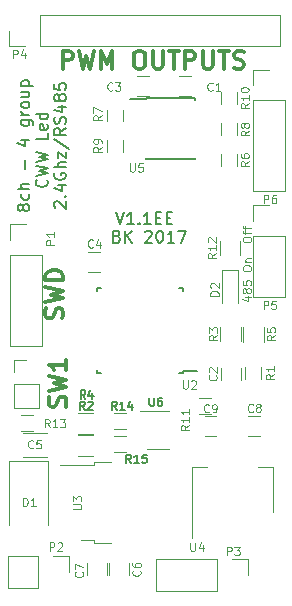
<source format=gto>
G04 #@! TF.FileFunction,Legend,Top*
%FSLAX46Y46*%
G04 Gerber Fmt 4.6, Leading zero omitted, Abs format (unit mm)*
G04 Created by KiCad (PCBNEW 4.0.2-stable) date 9/8/2017 10:58:27 PM*
%MOMM*%
G01*
G04 APERTURE LIST*
%ADD10C,0.100000*%
%ADD11C,0.150000*%
%ADD12C,0.300000*%
%ADD13C,0.120000*%
G04 APERTURE END LIST*
D10*
D11*
X109966476Y-95400581D02*
X110299809Y-96400581D01*
X110633143Y-95400581D01*
X111490286Y-96400581D02*
X110918857Y-96400581D01*
X111204571Y-96400581D02*
X111204571Y-95400581D01*
X111109333Y-95543438D01*
X111014095Y-95638676D01*
X110918857Y-95686295D01*
X111918857Y-96305343D02*
X111966476Y-96352962D01*
X111918857Y-96400581D01*
X111871238Y-96352962D01*
X111918857Y-96305343D01*
X111918857Y-96400581D01*
X112918857Y-96400581D02*
X112347428Y-96400581D01*
X112633142Y-96400581D02*
X112633142Y-95400581D01*
X112537904Y-95543438D01*
X112442666Y-95638676D01*
X112347428Y-95686295D01*
X113347428Y-95876771D02*
X113680762Y-95876771D01*
X113823619Y-96400581D02*
X113347428Y-96400581D01*
X113347428Y-95400581D01*
X113823619Y-95400581D01*
X114252190Y-95876771D02*
X114585524Y-95876771D01*
X114728381Y-96400581D02*
X114252190Y-96400581D01*
X114252190Y-95400581D01*
X114728381Y-95400581D01*
X110061715Y-97426771D02*
X110204572Y-97474390D01*
X110252191Y-97522010D01*
X110299810Y-97617248D01*
X110299810Y-97760105D01*
X110252191Y-97855343D01*
X110204572Y-97902962D01*
X110109334Y-97950581D01*
X109728381Y-97950581D01*
X109728381Y-96950581D01*
X110061715Y-96950581D01*
X110156953Y-96998200D01*
X110204572Y-97045819D01*
X110252191Y-97141057D01*
X110252191Y-97236295D01*
X110204572Y-97331533D01*
X110156953Y-97379152D01*
X110061715Y-97426771D01*
X109728381Y-97426771D01*
X110728381Y-97950581D02*
X110728381Y-96950581D01*
X111299810Y-97950581D02*
X110871238Y-97379152D01*
X111299810Y-96950581D02*
X110728381Y-97522010D01*
X112442667Y-97045819D02*
X112490286Y-96998200D01*
X112585524Y-96950581D01*
X112823620Y-96950581D01*
X112918858Y-96998200D01*
X112966477Y-97045819D01*
X113014096Y-97141057D01*
X113014096Y-97236295D01*
X112966477Y-97379152D01*
X112395048Y-97950581D01*
X113014096Y-97950581D01*
X113633143Y-96950581D02*
X113728382Y-96950581D01*
X113823620Y-96998200D01*
X113871239Y-97045819D01*
X113918858Y-97141057D01*
X113966477Y-97331533D01*
X113966477Y-97569629D01*
X113918858Y-97760105D01*
X113871239Y-97855343D01*
X113823620Y-97902962D01*
X113728382Y-97950581D01*
X113633143Y-97950581D01*
X113537905Y-97902962D01*
X113490286Y-97855343D01*
X113442667Y-97760105D01*
X113395048Y-97569629D01*
X113395048Y-97331533D01*
X113442667Y-97141057D01*
X113490286Y-97045819D01*
X113537905Y-96998200D01*
X113633143Y-96950581D01*
X114918858Y-97950581D02*
X114347429Y-97950581D01*
X114633143Y-97950581D02*
X114633143Y-96950581D01*
X114537905Y-97093438D01*
X114442667Y-97188676D01*
X114347429Y-97236295D01*
X115252191Y-96950581D02*
X115918858Y-96950581D01*
X115490286Y-97950581D01*
X102064552Y-95071534D02*
X102016933Y-95166772D01*
X101969314Y-95214391D01*
X101874076Y-95262010D01*
X101826457Y-95262010D01*
X101731219Y-95214391D01*
X101683600Y-95166772D01*
X101635981Y-95071534D01*
X101635981Y-94881057D01*
X101683600Y-94785819D01*
X101731219Y-94738200D01*
X101826457Y-94690581D01*
X101874076Y-94690581D01*
X101969314Y-94738200D01*
X102016933Y-94785819D01*
X102064552Y-94881057D01*
X102064552Y-95071534D01*
X102112171Y-95166772D01*
X102159790Y-95214391D01*
X102255029Y-95262010D01*
X102445505Y-95262010D01*
X102540743Y-95214391D01*
X102588362Y-95166772D01*
X102635981Y-95071534D01*
X102635981Y-94881057D01*
X102588362Y-94785819D01*
X102540743Y-94738200D01*
X102445505Y-94690581D01*
X102255029Y-94690581D01*
X102159790Y-94738200D01*
X102112171Y-94785819D01*
X102064552Y-94881057D01*
X102588362Y-93833438D02*
X102635981Y-93928676D01*
X102635981Y-94119153D01*
X102588362Y-94214391D01*
X102540743Y-94262010D01*
X102445505Y-94309629D01*
X102159790Y-94309629D01*
X102064552Y-94262010D01*
X102016933Y-94214391D01*
X101969314Y-94119153D01*
X101969314Y-93928676D01*
X102016933Y-93833438D01*
X102635981Y-93404867D02*
X101635981Y-93404867D01*
X102635981Y-92976295D02*
X102112171Y-92976295D01*
X102016933Y-93023914D01*
X101969314Y-93119152D01*
X101969314Y-93262010D01*
X102016933Y-93357248D01*
X102064552Y-93404867D01*
X102255029Y-91738200D02*
X102255029Y-90976295D01*
X101969314Y-89309628D02*
X102635981Y-89309628D01*
X101588362Y-89547724D02*
X102302648Y-89785819D01*
X102302648Y-89166771D01*
X101969314Y-87595342D02*
X102778838Y-87595342D01*
X102874076Y-87642961D01*
X102921695Y-87690580D01*
X102969314Y-87785819D01*
X102969314Y-87928676D01*
X102921695Y-88023914D01*
X102588362Y-87595342D02*
X102635981Y-87690580D01*
X102635981Y-87881057D01*
X102588362Y-87976295D01*
X102540743Y-88023914D01*
X102445505Y-88071533D01*
X102159790Y-88071533D01*
X102064552Y-88023914D01*
X102016933Y-87976295D01*
X101969314Y-87881057D01*
X101969314Y-87690580D01*
X102016933Y-87595342D01*
X102635981Y-87119152D02*
X101969314Y-87119152D01*
X102159790Y-87119152D02*
X102064552Y-87071533D01*
X102016933Y-87023914D01*
X101969314Y-86928676D01*
X101969314Y-86833437D01*
X102635981Y-86357247D02*
X102588362Y-86452485D01*
X102540743Y-86500104D01*
X102445505Y-86547723D01*
X102159790Y-86547723D01*
X102064552Y-86500104D01*
X102016933Y-86452485D01*
X101969314Y-86357247D01*
X101969314Y-86214389D01*
X102016933Y-86119151D01*
X102064552Y-86071532D01*
X102159790Y-86023913D01*
X102445505Y-86023913D01*
X102540743Y-86071532D01*
X102588362Y-86119151D01*
X102635981Y-86214389D01*
X102635981Y-86357247D01*
X101969314Y-85166770D02*
X102635981Y-85166770D01*
X101969314Y-85595342D02*
X102493124Y-85595342D01*
X102588362Y-85547723D01*
X102635981Y-85452485D01*
X102635981Y-85309627D01*
X102588362Y-85214389D01*
X102540743Y-85166770D01*
X101969314Y-84690580D02*
X102969314Y-84690580D01*
X102016933Y-84690580D02*
X101969314Y-84595342D01*
X101969314Y-84404865D01*
X102016933Y-84309627D01*
X102064552Y-84262008D01*
X102159790Y-84214389D01*
X102445505Y-84214389D01*
X102540743Y-84262008D01*
X102588362Y-84309627D01*
X102635981Y-84404865D01*
X102635981Y-84595342D01*
X102588362Y-84690580D01*
X104090743Y-92619152D02*
X104138362Y-92666771D01*
X104185981Y-92809628D01*
X104185981Y-92904866D01*
X104138362Y-93047724D01*
X104043124Y-93142962D01*
X103947886Y-93190581D01*
X103757410Y-93238200D01*
X103614552Y-93238200D01*
X103424076Y-93190581D01*
X103328838Y-93142962D01*
X103233600Y-93047724D01*
X103185981Y-92904866D01*
X103185981Y-92809628D01*
X103233600Y-92666771D01*
X103281219Y-92619152D01*
X103185981Y-92285819D02*
X104185981Y-92047724D01*
X103471695Y-91857247D01*
X104185981Y-91666771D01*
X103185981Y-91428676D01*
X103185981Y-91142962D02*
X104185981Y-90904867D01*
X103471695Y-90714390D01*
X104185981Y-90523914D01*
X103185981Y-90285819D01*
X104185981Y-88666771D02*
X104185981Y-89142962D01*
X103185981Y-89142962D01*
X104138362Y-87952485D02*
X104185981Y-88047723D01*
X104185981Y-88238200D01*
X104138362Y-88333438D01*
X104043124Y-88381057D01*
X103662171Y-88381057D01*
X103566933Y-88333438D01*
X103519314Y-88238200D01*
X103519314Y-88047723D01*
X103566933Y-87952485D01*
X103662171Y-87904866D01*
X103757410Y-87904866D01*
X103852648Y-88381057D01*
X104185981Y-87047723D02*
X103185981Y-87047723D01*
X104138362Y-87047723D02*
X104185981Y-87142961D01*
X104185981Y-87333438D01*
X104138362Y-87428676D01*
X104090743Y-87476295D01*
X103995505Y-87523914D01*
X103709790Y-87523914D01*
X103614552Y-87476295D01*
X103566933Y-87428676D01*
X103519314Y-87333438D01*
X103519314Y-87142961D01*
X103566933Y-87047723D01*
X104831219Y-95023914D02*
X104783600Y-94976295D01*
X104735981Y-94881057D01*
X104735981Y-94642961D01*
X104783600Y-94547723D01*
X104831219Y-94500104D01*
X104926457Y-94452485D01*
X105021695Y-94452485D01*
X105164552Y-94500104D01*
X105735981Y-95071533D01*
X105735981Y-94452485D01*
X105640743Y-94023914D02*
X105688362Y-93976295D01*
X105735981Y-94023914D01*
X105688362Y-94071533D01*
X105640743Y-94023914D01*
X105735981Y-94023914D01*
X105069314Y-93119152D02*
X105735981Y-93119152D01*
X104688362Y-93357248D02*
X105402648Y-93595343D01*
X105402648Y-92976295D01*
X104783600Y-92071533D02*
X104735981Y-92166771D01*
X104735981Y-92309628D01*
X104783600Y-92452486D01*
X104878838Y-92547724D01*
X104974076Y-92595343D01*
X105164552Y-92642962D01*
X105307410Y-92642962D01*
X105497886Y-92595343D01*
X105593124Y-92547724D01*
X105688362Y-92452486D01*
X105735981Y-92309628D01*
X105735981Y-92214390D01*
X105688362Y-92071533D01*
X105640743Y-92023914D01*
X105307410Y-92023914D01*
X105307410Y-92214390D01*
X105735981Y-91595343D02*
X104735981Y-91595343D01*
X105735981Y-91166771D02*
X105212171Y-91166771D01*
X105116933Y-91214390D01*
X105069314Y-91309628D01*
X105069314Y-91452486D01*
X105116933Y-91547724D01*
X105164552Y-91595343D01*
X105069314Y-90785819D02*
X105069314Y-90262009D01*
X105735981Y-90785819D01*
X105735981Y-90262009D01*
X104688362Y-89166771D02*
X105974076Y-90023914D01*
X105735981Y-88262009D02*
X105259790Y-88595343D01*
X105735981Y-88833438D02*
X104735981Y-88833438D01*
X104735981Y-88452485D01*
X104783600Y-88357247D01*
X104831219Y-88309628D01*
X104926457Y-88262009D01*
X105069314Y-88262009D01*
X105164552Y-88309628D01*
X105212171Y-88357247D01*
X105259790Y-88452485D01*
X105259790Y-88833438D01*
X105688362Y-87881057D02*
X105735981Y-87738200D01*
X105735981Y-87500104D01*
X105688362Y-87404866D01*
X105640743Y-87357247D01*
X105545505Y-87309628D01*
X105450267Y-87309628D01*
X105355029Y-87357247D01*
X105307410Y-87404866D01*
X105259790Y-87500104D01*
X105212171Y-87690581D01*
X105164552Y-87785819D01*
X105116933Y-87833438D01*
X105021695Y-87881057D01*
X104926457Y-87881057D01*
X104831219Y-87833438D01*
X104783600Y-87785819D01*
X104735981Y-87690581D01*
X104735981Y-87452485D01*
X104783600Y-87309628D01*
X105069314Y-86452485D02*
X105735981Y-86452485D01*
X104688362Y-86690581D02*
X105402648Y-86928676D01*
X105402648Y-86309628D01*
X105164552Y-85785819D02*
X105116933Y-85881057D01*
X105069314Y-85928676D01*
X104974076Y-85976295D01*
X104926457Y-85976295D01*
X104831219Y-85928676D01*
X104783600Y-85881057D01*
X104735981Y-85785819D01*
X104735981Y-85595342D01*
X104783600Y-85500104D01*
X104831219Y-85452485D01*
X104926457Y-85404866D01*
X104974076Y-85404866D01*
X105069314Y-85452485D01*
X105116933Y-85500104D01*
X105164552Y-85595342D01*
X105164552Y-85785819D01*
X105212171Y-85881057D01*
X105259790Y-85928676D01*
X105355029Y-85976295D01*
X105545505Y-85976295D01*
X105640743Y-85928676D01*
X105688362Y-85881057D01*
X105735981Y-85785819D01*
X105735981Y-85595342D01*
X105688362Y-85500104D01*
X105640743Y-85452485D01*
X105545505Y-85404866D01*
X105355029Y-85404866D01*
X105259790Y-85452485D01*
X105212171Y-85500104D01*
X105164552Y-85595342D01*
X104735981Y-84500104D02*
X104735981Y-84976295D01*
X105212171Y-85023914D01*
X105164552Y-84976295D01*
X105116933Y-84881057D01*
X105116933Y-84642961D01*
X105164552Y-84547723D01*
X105212171Y-84500104D01*
X105307410Y-84452485D01*
X105545505Y-84452485D01*
X105640743Y-84500104D01*
X105688362Y-84547723D01*
X105735981Y-84642961D01*
X105735981Y-84881057D01*
X105688362Y-84976295D01*
X105640743Y-85023914D01*
D12*
X105432943Y-104372314D02*
X105504371Y-104158028D01*
X105504371Y-103800885D01*
X105432943Y-103658028D01*
X105361514Y-103586599D01*
X105218657Y-103515171D01*
X105075800Y-103515171D01*
X104932943Y-103586599D01*
X104861514Y-103658028D01*
X104790086Y-103800885D01*
X104718657Y-104086599D01*
X104647229Y-104229457D01*
X104575800Y-104300885D01*
X104432943Y-104372314D01*
X104290086Y-104372314D01*
X104147229Y-104300885D01*
X104075800Y-104229457D01*
X104004371Y-104086599D01*
X104004371Y-103729457D01*
X104075800Y-103515171D01*
X104004371Y-103015171D02*
X105504371Y-102658028D01*
X104432943Y-102372314D01*
X105504371Y-102086600D01*
X104004371Y-101729457D01*
X105504371Y-101158028D02*
X104004371Y-101158028D01*
X104004371Y-100800885D01*
X104075800Y-100586600D01*
X104218657Y-100443742D01*
X104361514Y-100372314D01*
X104647229Y-100300885D01*
X104861514Y-100300885D01*
X105147229Y-100372314D01*
X105290086Y-100443742D01*
X105432943Y-100586600D01*
X105504371Y-100800885D01*
X105504371Y-101158028D01*
X105463343Y-83228571D02*
X105463343Y-81728571D01*
X106034771Y-81728571D01*
X106177629Y-81800000D01*
X106249057Y-81871429D01*
X106320486Y-82014286D01*
X106320486Y-82228571D01*
X106249057Y-82371429D01*
X106177629Y-82442857D01*
X106034771Y-82514286D01*
X105463343Y-82514286D01*
X106820486Y-81728571D02*
X107177629Y-83228571D01*
X107463343Y-82157143D01*
X107749057Y-83228571D01*
X108106200Y-81728571D01*
X108677629Y-83228571D02*
X108677629Y-81728571D01*
X109177629Y-82800000D01*
X109677629Y-81728571D01*
X109677629Y-83228571D01*
X111820486Y-81728571D02*
X112106200Y-81728571D01*
X112249058Y-81800000D01*
X112391915Y-81942857D01*
X112463343Y-82228571D01*
X112463343Y-82728571D01*
X112391915Y-83014286D01*
X112249058Y-83157143D01*
X112106200Y-83228571D01*
X111820486Y-83228571D01*
X111677629Y-83157143D01*
X111534772Y-83014286D01*
X111463343Y-82728571D01*
X111463343Y-82228571D01*
X111534772Y-81942857D01*
X111677629Y-81800000D01*
X111820486Y-81728571D01*
X113106201Y-81728571D02*
X113106201Y-82942857D01*
X113177629Y-83085714D01*
X113249058Y-83157143D01*
X113391915Y-83228571D01*
X113677629Y-83228571D01*
X113820487Y-83157143D01*
X113891915Y-83085714D01*
X113963344Y-82942857D01*
X113963344Y-81728571D01*
X114463344Y-81728571D02*
X115320487Y-81728571D01*
X114891916Y-83228571D02*
X114891916Y-81728571D01*
X115820487Y-83228571D02*
X115820487Y-81728571D01*
X116391915Y-81728571D01*
X116534773Y-81800000D01*
X116606201Y-81871429D01*
X116677630Y-82014286D01*
X116677630Y-82228571D01*
X116606201Y-82371429D01*
X116534773Y-82442857D01*
X116391915Y-82514286D01*
X115820487Y-82514286D01*
X117320487Y-81728571D02*
X117320487Y-82942857D01*
X117391915Y-83085714D01*
X117463344Y-83157143D01*
X117606201Y-83228571D01*
X117891915Y-83228571D01*
X118034773Y-83157143D01*
X118106201Y-83085714D01*
X118177630Y-82942857D01*
X118177630Y-81728571D01*
X118677630Y-81728571D02*
X119534773Y-81728571D01*
X119106202Y-83228571D02*
X119106202Y-81728571D01*
X119963344Y-83157143D02*
X120177630Y-83228571D01*
X120534773Y-83228571D01*
X120677630Y-83157143D01*
X120749059Y-83085714D01*
X120820487Y-82942857D01*
X120820487Y-82800000D01*
X120749059Y-82657143D01*
X120677630Y-82585714D01*
X120534773Y-82514286D01*
X120249059Y-82442857D01*
X120106201Y-82371429D01*
X120034773Y-82300000D01*
X119963344Y-82157143D01*
X119963344Y-82014286D01*
X120034773Y-81871429D01*
X120106201Y-81800000D01*
X120249059Y-81728571D01*
X120606201Y-81728571D01*
X120820487Y-81800000D01*
D10*
X120931800Y-102554532D02*
X121398467Y-102554532D01*
X120665133Y-102721199D02*
X121165133Y-102887866D01*
X121165133Y-102454532D01*
X120998467Y-102087865D02*
X120965133Y-102154532D01*
X120931800Y-102187865D01*
X120865133Y-102221199D01*
X120831800Y-102221199D01*
X120765133Y-102187865D01*
X120731800Y-102154532D01*
X120698467Y-102087865D01*
X120698467Y-101954532D01*
X120731800Y-101887865D01*
X120765133Y-101854532D01*
X120831800Y-101821199D01*
X120865133Y-101821199D01*
X120931800Y-101854532D01*
X120965133Y-101887865D01*
X120998467Y-101954532D01*
X120998467Y-102087865D01*
X121031800Y-102154532D01*
X121065133Y-102187865D01*
X121131800Y-102221199D01*
X121265133Y-102221199D01*
X121331800Y-102187865D01*
X121365133Y-102154532D01*
X121398467Y-102087865D01*
X121398467Y-101954532D01*
X121365133Y-101887865D01*
X121331800Y-101854532D01*
X121265133Y-101821199D01*
X121131800Y-101821199D01*
X121065133Y-101854532D01*
X121031800Y-101887865D01*
X120998467Y-101954532D01*
X120698467Y-101187865D02*
X120698467Y-101521198D01*
X121031800Y-101554532D01*
X120998467Y-101521198D01*
X120965133Y-101454532D01*
X120965133Y-101287865D01*
X120998467Y-101221198D01*
X121031800Y-101187865D01*
X121098467Y-101154532D01*
X121265133Y-101154532D01*
X121331800Y-101187865D01*
X121365133Y-101221198D01*
X121398467Y-101287865D01*
X121398467Y-101454532D01*
X121365133Y-101521198D01*
X121331800Y-101554532D01*
X120698467Y-100187865D02*
X120698467Y-100054532D01*
X120731800Y-99987865D01*
X120798467Y-99921198D01*
X120931800Y-99887865D01*
X121165133Y-99887865D01*
X121298467Y-99921198D01*
X121365133Y-99987865D01*
X121398467Y-100054532D01*
X121398467Y-100187865D01*
X121365133Y-100254532D01*
X121298467Y-100321198D01*
X121165133Y-100354532D01*
X120931800Y-100354532D01*
X120798467Y-100321198D01*
X120731800Y-100254532D01*
X120698467Y-100187865D01*
X120931800Y-99587865D02*
X121398467Y-99587865D01*
X120998467Y-99587865D02*
X120965133Y-99554532D01*
X120931800Y-99487865D01*
X120931800Y-99387865D01*
X120965133Y-99321199D01*
X121031800Y-99287865D01*
X121398467Y-99287865D01*
X120698467Y-97754533D02*
X120698467Y-97621200D01*
X120731800Y-97554533D01*
X120798467Y-97487866D01*
X120931800Y-97454533D01*
X121165133Y-97454533D01*
X121298467Y-97487866D01*
X121365133Y-97554533D01*
X121398467Y-97621200D01*
X121398467Y-97754533D01*
X121365133Y-97821200D01*
X121298467Y-97887866D01*
X121165133Y-97921200D01*
X120931800Y-97921200D01*
X120798467Y-97887866D01*
X120731800Y-97821200D01*
X120698467Y-97754533D01*
X120931800Y-97254533D02*
X120931800Y-96987867D01*
X121398467Y-97154533D02*
X120798467Y-97154533D01*
X120731800Y-97121200D01*
X120698467Y-97054533D01*
X120698467Y-96987867D01*
X120931800Y-96854533D02*
X120931800Y-96587867D01*
X121398467Y-96754533D02*
X120798467Y-96754533D01*
X120731800Y-96721200D01*
X120698467Y-96654533D01*
X120698467Y-96587867D01*
D11*
X115620000Y-109030500D02*
X115620000Y-108805500D01*
X108370000Y-109030500D02*
X108370000Y-108730500D01*
X108370000Y-101780500D02*
X108370000Y-102080500D01*
X115620000Y-101780500D02*
X115620000Y-102080500D01*
X115620000Y-109030500D02*
X115320000Y-109030500D01*
X115620000Y-101780500D02*
X115320000Y-101780500D01*
X108370000Y-101780500D02*
X108670000Y-101780500D01*
X108370000Y-109030500D02*
X108670000Y-109030500D01*
X115620000Y-108805500D02*
X116845000Y-108805500D01*
D13*
X116324000Y-83859000D02*
X115324000Y-83859000D01*
X115324000Y-85559000D02*
X116324000Y-85559000D01*
X118847500Y-108577000D02*
X118847500Y-109577000D01*
X120547500Y-109577000D02*
X120547500Y-108577000D01*
X104124000Y-114092800D02*
X102124000Y-114092800D01*
X102124000Y-116132800D02*
X104124000Y-116132800D01*
X111086000Y-126103000D02*
X111086000Y-125103000D01*
X109386000Y-125103000D02*
X109386000Y-126103000D01*
X109181000Y-126103000D02*
X109181000Y-125103000D01*
X107481000Y-125103000D02*
X107481000Y-126103000D01*
X122182000Y-112632500D02*
X121182000Y-112632500D01*
X121182000Y-114332500D02*
X122182000Y-114332500D01*
X117483000Y-114332500D02*
X118483000Y-114332500D01*
X118483000Y-112632500D02*
X117483000Y-112632500D01*
X101032000Y-98996500D02*
X101032000Y-106676500D01*
X101032000Y-106676500D02*
X103692000Y-106676500D01*
X103692000Y-106676500D02*
X103692000Y-98996500D01*
X103692000Y-98996500D02*
X101032000Y-98996500D01*
X101032000Y-97726500D02*
X101032000Y-96396500D01*
X101032000Y-96396500D02*
X102362000Y-96396500D01*
X103403600Y-124527200D02*
X100803600Y-124527200D01*
X100803600Y-124527200D02*
X100803600Y-127187200D01*
X100803600Y-127187200D02*
X103403600Y-127187200D01*
X103403600Y-127187200D02*
X103403600Y-124527200D01*
X104673600Y-124527200D02*
X106003600Y-124527200D01*
X106003600Y-124527200D02*
X106003600Y-125857200D01*
X118542000Y-124781200D02*
X113402000Y-124781200D01*
X113402000Y-124781200D02*
X113402000Y-127441200D01*
X113402000Y-127441200D02*
X118542000Y-127441200D01*
X118542000Y-127441200D02*
X118542000Y-124781200D01*
X119812000Y-124781200D02*
X121142000Y-124781200D01*
X121142000Y-124781200D02*
X121142000Y-126111200D01*
X121606000Y-97409000D02*
X121606000Y-102549000D01*
X121606000Y-102549000D02*
X124266000Y-102549000D01*
X124266000Y-102549000D02*
X124266000Y-97409000D01*
X124266000Y-97409000D02*
X121606000Y-97409000D01*
X121606000Y-96139000D02*
X121606000Y-94809000D01*
X121606000Y-94809000D02*
X122936000Y-94809000D01*
X120922500Y-109478000D02*
X120922500Y-108478000D01*
X122282500Y-108478000D02*
X122282500Y-109478000D01*
X107991200Y-116043600D02*
X106791200Y-116043600D01*
X106791200Y-114283600D02*
X107991200Y-114283600D01*
X122482500Y-105130000D02*
X122482500Y-106330000D01*
X120722500Y-106330000D02*
X120722500Y-105130000D01*
X118817500Y-106325000D02*
X118817500Y-105125000D01*
X120577500Y-105125000D02*
X120577500Y-106325000D01*
X120187000Y-90444000D02*
X120187000Y-91444000D01*
X118827000Y-91444000D02*
X118827000Y-90444000D01*
X109175000Y-87697500D02*
X109175000Y-86697500D01*
X110535000Y-86697500D02*
X110535000Y-87697500D01*
X120187000Y-87840500D02*
X120187000Y-88840500D01*
X118827000Y-88840500D02*
X118827000Y-87840500D01*
X109175000Y-90277000D02*
X109175000Y-89277000D01*
X110535000Y-89277000D02*
X110535000Y-90277000D01*
X120187000Y-85213000D02*
X120187000Y-86213000D01*
X118827000Y-86213000D02*
X118827000Y-85213000D01*
X109583500Y-116501500D02*
X108083500Y-116501500D01*
X108083500Y-116501500D02*
X108083500Y-116771500D01*
X108083500Y-116771500D02*
X105253500Y-116771500D01*
X109583500Y-123401500D02*
X108083500Y-123401500D01*
X108083500Y-123401500D02*
X108083500Y-123131500D01*
X108083500Y-123131500D02*
X106983500Y-123131500D01*
X123250500Y-116970000D02*
X121990500Y-116970000D01*
X116430500Y-116970000D02*
X117690500Y-116970000D01*
X123250500Y-120730000D02*
X123250500Y-116970000D01*
X116430500Y-122980000D02*
X116430500Y-116970000D01*
D11*
X112542500Y-85753500D02*
X112542500Y-85803500D01*
X116692500Y-85753500D02*
X116692500Y-85898500D01*
X116692500Y-90903500D02*
X116692500Y-90758500D01*
X112542500Y-90903500D02*
X112542500Y-90758500D01*
X112542500Y-85753500D02*
X116692500Y-85753500D01*
X112542500Y-90903500D02*
X116692500Y-90903500D01*
X112542500Y-85803500D02*
X111142500Y-85803500D01*
D13*
X104202500Y-116488000D02*
X100902500Y-116488000D01*
X100902500Y-116488000D02*
X100902500Y-121888000D01*
X104202500Y-116488000D02*
X104202500Y-121888000D01*
X103505000Y-81340000D02*
X123885000Y-81340000D01*
X123885000Y-81340000D02*
X123885000Y-78680000D01*
X123885000Y-78680000D02*
X103505000Y-78680000D01*
X103505000Y-78680000D02*
X103505000Y-81340000D01*
X102235000Y-81340000D02*
X100905000Y-81340000D01*
X100905000Y-81340000D02*
X100905000Y-80010000D01*
X121606000Y-85915500D02*
X121606000Y-93595500D01*
X121606000Y-93595500D02*
X124266000Y-93595500D01*
X124266000Y-93595500D02*
X124266000Y-85915500D01*
X124266000Y-85915500D02*
X121606000Y-85915500D01*
X121606000Y-84645500D02*
X121606000Y-83315500D01*
X121606000Y-83315500D02*
X122936000Y-83315500D01*
X120514000Y-97814800D02*
X120514000Y-99014800D01*
X118754000Y-99014800D02*
X118754000Y-97814800D01*
X101327400Y-109940600D02*
X101327400Y-112000600D01*
X101327400Y-112000600D02*
X103447400Y-112000600D01*
X103447400Y-112000600D02*
X103447400Y-109940600D01*
X103447400Y-109940600D02*
X101327400Y-109940600D01*
X101327400Y-108940600D02*
X101327400Y-107880600D01*
X101327400Y-107880600D02*
X102387400Y-107880600D01*
X120334000Y-100282600D02*
X118934000Y-100282600D01*
X118934000Y-100282600D02*
X118934000Y-103082600D01*
X120334000Y-100282600D02*
X120334000Y-103082600D01*
X108640500Y-98718000D02*
X107640500Y-98718000D01*
X107640500Y-100418000D02*
X108640500Y-100418000D01*
X116988400Y-111080000D02*
X117988400Y-111080000D01*
X117988400Y-112440000D02*
X116988400Y-112440000D01*
X102912800Y-113913200D02*
X101912800Y-113913200D01*
X101912800Y-112553200D02*
X102912800Y-112553200D01*
X112768000Y-83859000D02*
X111768000Y-83859000D01*
X111768000Y-85559000D02*
X112768000Y-85559000D01*
X106791200Y-112404000D02*
X107991200Y-112404000D01*
X107991200Y-114164000D02*
X106791200Y-114164000D01*
X112638000Y-115452800D02*
X114438000Y-115452800D01*
X114438000Y-112232800D02*
X111988000Y-112232800D01*
X110786800Y-113760800D02*
X109786800Y-113760800D01*
X109786800Y-112400800D02*
X110786800Y-112400800D01*
X110786800Y-115691200D02*
X109786800Y-115691200D01*
X109786800Y-114331200D02*
X110786800Y-114331200D01*
D10*
X115646267Y-109624067D02*
X115646267Y-110190733D01*
X115679600Y-110257400D01*
X115712933Y-110290733D01*
X115779600Y-110324067D01*
X115912933Y-110324067D01*
X115979600Y-110290733D01*
X116012933Y-110257400D01*
X116046267Y-110190733D01*
X116046267Y-109624067D01*
X116346266Y-109690733D02*
X116379600Y-109657400D01*
X116446266Y-109624067D01*
X116612933Y-109624067D01*
X116679600Y-109657400D01*
X116712933Y-109690733D01*
X116746266Y-109757400D01*
X116746266Y-109824067D01*
X116712933Y-109924067D01*
X116312933Y-110324067D01*
X116746266Y-110324067D01*
X118145734Y-85035200D02*
X118112400Y-85068533D01*
X118012400Y-85101867D01*
X117945734Y-85101867D01*
X117845734Y-85068533D01*
X117779067Y-85001867D01*
X117745734Y-84935200D01*
X117712400Y-84801867D01*
X117712400Y-84701867D01*
X117745734Y-84568533D01*
X117779067Y-84501867D01*
X117845734Y-84435200D01*
X117945734Y-84401867D01*
X118012400Y-84401867D01*
X118112400Y-84435200D01*
X118145734Y-84468533D01*
X118812400Y-85101867D02*
X118412400Y-85101867D01*
X118612400Y-85101867D02*
X118612400Y-84401867D01*
X118545734Y-84501867D01*
X118479067Y-84568533D01*
X118412400Y-84601867D01*
X118447500Y-109193666D02*
X118480833Y-109227000D01*
X118514167Y-109327000D01*
X118514167Y-109393666D01*
X118480833Y-109493666D01*
X118414167Y-109560333D01*
X118347500Y-109593666D01*
X118214167Y-109627000D01*
X118114167Y-109627000D01*
X117980833Y-109593666D01*
X117914167Y-109560333D01*
X117847500Y-109493666D01*
X117814167Y-109393666D01*
X117814167Y-109327000D01*
X117847500Y-109227000D01*
X117880833Y-109193666D01*
X117880833Y-108927000D02*
X117847500Y-108893666D01*
X117814167Y-108827000D01*
X117814167Y-108660333D01*
X117847500Y-108593666D01*
X117880833Y-108560333D01*
X117947500Y-108527000D01*
X118014167Y-108527000D01*
X118114167Y-108560333D01*
X118514167Y-108960333D01*
X118514167Y-108527000D01*
X102956534Y-115312000D02*
X102923200Y-115345333D01*
X102823200Y-115378667D01*
X102756534Y-115378667D01*
X102656534Y-115345333D01*
X102589867Y-115278667D01*
X102556534Y-115212000D01*
X102523200Y-115078667D01*
X102523200Y-114978667D01*
X102556534Y-114845333D01*
X102589867Y-114778667D01*
X102656534Y-114712000D01*
X102756534Y-114678667D01*
X102823200Y-114678667D01*
X102923200Y-114712000D01*
X102956534Y-114745333D01*
X103589867Y-114678667D02*
X103256534Y-114678667D01*
X103223200Y-115012000D01*
X103256534Y-114978667D01*
X103323200Y-114945333D01*
X103489867Y-114945333D01*
X103556534Y-114978667D01*
X103589867Y-115012000D01*
X103623200Y-115078667D01*
X103623200Y-115245333D01*
X103589867Y-115312000D01*
X103556534Y-115345333D01*
X103489867Y-115378667D01*
X103323200Y-115378667D01*
X103256534Y-115345333D01*
X103223200Y-115312000D01*
X111986000Y-125719666D02*
X112019333Y-125753000D01*
X112052667Y-125853000D01*
X112052667Y-125919666D01*
X112019333Y-126019666D01*
X111952667Y-126086333D01*
X111886000Y-126119666D01*
X111752667Y-126153000D01*
X111652667Y-126153000D01*
X111519333Y-126119666D01*
X111452667Y-126086333D01*
X111386000Y-126019666D01*
X111352667Y-125919666D01*
X111352667Y-125853000D01*
X111386000Y-125753000D01*
X111419333Y-125719666D01*
X111352667Y-125119666D02*
X111352667Y-125253000D01*
X111386000Y-125319666D01*
X111419333Y-125353000D01*
X111519333Y-125419666D01*
X111652667Y-125453000D01*
X111919333Y-125453000D01*
X111986000Y-125419666D01*
X112019333Y-125386333D01*
X112052667Y-125319666D01*
X112052667Y-125186333D01*
X112019333Y-125119666D01*
X111986000Y-125086333D01*
X111919333Y-125053000D01*
X111752667Y-125053000D01*
X111686000Y-125086333D01*
X111652667Y-125119666D01*
X111619333Y-125186333D01*
X111619333Y-125319666D01*
X111652667Y-125386333D01*
X111686000Y-125419666D01*
X111752667Y-125453000D01*
X107133200Y-125846666D02*
X107166533Y-125880000D01*
X107199867Y-125980000D01*
X107199867Y-126046666D01*
X107166533Y-126146666D01*
X107099867Y-126213333D01*
X107033200Y-126246666D01*
X106899867Y-126280000D01*
X106799867Y-126280000D01*
X106666533Y-126246666D01*
X106599867Y-126213333D01*
X106533200Y-126146666D01*
X106499867Y-126046666D01*
X106499867Y-125980000D01*
X106533200Y-125880000D01*
X106566533Y-125846666D01*
X106499867Y-125613333D02*
X106499867Y-125146666D01*
X107199867Y-125446666D01*
X121565334Y-112232500D02*
X121532000Y-112265833D01*
X121432000Y-112299167D01*
X121365334Y-112299167D01*
X121265334Y-112265833D01*
X121198667Y-112199167D01*
X121165334Y-112132500D01*
X121132000Y-111999167D01*
X121132000Y-111899167D01*
X121165334Y-111765833D01*
X121198667Y-111699167D01*
X121265334Y-111632500D01*
X121365334Y-111599167D01*
X121432000Y-111599167D01*
X121532000Y-111632500D01*
X121565334Y-111665833D01*
X121965334Y-111899167D02*
X121898667Y-111865833D01*
X121865334Y-111832500D01*
X121832000Y-111765833D01*
X121832000Y-111732500D01*
X121865334Y-111665833D01*
X121898667Y-111632500D01*
X121965334Y-111599167D01*
X122098667Y-111599167D01*
X122165334Y-111632500D01*
X122198667Y-111665833D01*
X122232000Y-111732500D01*
X122232000Y-111765833D01*
X122198667Y-111832500D01*
X122165334Y-111865833D01*
X122098667Y-111899167D01*
X121965334Y-111899167D01*
X121898667Y-111932500D01*
X121865334Y-111965833D01*
X121832000Y-112032500D01*
X121832000Y-112165833D01*
X121865334Y-112232500D01*
X121898667Y-112265833D01*
X121965334Y-112299167D01*
X122098667Y-112299167D01*
X122165334Y-112265833D01*
X122198667Y-112232500D01*
X122232000Y-112165833D01*
X122232000Y-112032500D01*
X122198667Y-111965833D01*
X122165334Y-111932500D01*
X122098667Y-111899167D01*
X117840934Y-112264000D02*
X117807600Y-112297333D01*
X117707600Y-112330667D01*
X117640934Y-112330667D01*
X117540934Y-112297333D01*
X117474267Y-112230667D01*
X117440934Y-112164000D01*
X117407600Y-112030667D01*
X117407600Y-111930667D01*
X117440934Y-111797333D01*
X117474267Y-111730667D01*
X117540934Y-111664000D01*
X117640934Y-111630667D01*
X117707600Y-111630667D01*
X117807600Y-111664000D01*
X117840934Y-111697333D01*
X118174267Y-112330667D02*
X118307600Y-112330667D01*
X118374267Y-112297333D01*
X118407600Y-112264000D01*
X118474267Y-112164000D01*
X118507600Y-112030667D01*
X118507600Y-111764000D01*
X118474267Y-111697333D01*
X118440934Y-111664000D01*
X118374267Y-111630667D01*
X118240934Y-111630667D01*
X118174267Y-111664000D01*
X118140934Y-111697333D01*
X118107600Y-111764000D01*
X118107600Y-111930667D01*
X118140934Y-111997333D01*
X118174267Y-112030667D01*
X118240934Y-112064000D01*
X118374267Y-112064000D01*
X118440934Y-112030667D01*
X118474267Y-111997333D01*
X118507600Y-111930667D01*
X104761467Y-98128866D02*
X104061467Y-98128866D01*
X104061467Y-97862200D01*
X104094800Y-97795533D01*
X104128133Y-97762200D01*
X104194800Y-97728866D01*
X104294800Y-97728866D01*
X104361467Y-97762200D01*
X104394800Y-97795533D01*
X104428133Y-97862200D01*
X104428133Y-98128866D01*
X104761467Y-97062200D02*
X104761467Y-97462200D01*
X104761467Y-97262200D02*
X104061467Y-97262200D01*
X104161467Y-97328866D01*
X104228133Y-97395533D01*
X104261467Y-97462200D01*
X104359934Y-124040067D02*
X104359934Y-123340067D01*
X104626600Y-123340067D01*
X104693267Y-123373400D01*
X104726600Y-123406733D01*
X104759934Y-123473400D01*
X104759934Y-123573400D01*
X104726600Y-123640067D01*
X104693267Y-123673400D01*
X104626600Y-123706733D01*
X104359934Y-123706733D01*
X105026600Y-123406733D02*
X105059934Y-123373400D01*
X105126600Y-123340067D01*
X105293267Y-123340067D01*
X105359934Y-123373400D01*
X105393267Y-123406733D01*
X105426600Y-123473400D01*
X105426600Y-123540067D01*
X105393267Y-123640067D01*
X104993267Y-124040067D01*
X105426600Y-124040067D01*
X119371334Y-124421067D02*
X119371334Y-123721067D01*
X119638000Y-123721067D01*
X119704667Y-123754400D01*
X119738000Y-123787733D01*
X119771334Y-123854400D01*
X119771334Y-123954400D01*
X119738000Y-124021067D01*
X119704667Y-124054400D01*
X119638000Y-124087733D01*
X119371334Y-124087733D01*
X120004667Y-123721067D02*
X120438000Y-123721067D01*
X120204667Y-123987733D01*
X120304667Y-123987733D01*
X120371334Y-124021067D01*
X120404667Y-124054400D01*
X120438000Y-124121067D01*
X120438000Y-124287733D01*
X120404667Y-124354400D01*
X120371334Y-124387733D01*
X120304667Y-124421067D01*
X120104667Y-124421067D01*
X120038000Y-124387733D01*
X120004667Y-124354400D01*
X122470134Y-103593067D02*
X122470134Y-102893067D01*
X122736800Y-102893067D01*
X122803467Y-102926400D01*
X122836800Y-102959733D01*
X122870134Y-103026400D01*
X122870134Y-103126400D01*
X122836800Y-103193067D01*
X122803467Y-103226400D01*
X122736800Y-103259733D01*
X122470134Y-103259733D01*
X123503467Y-102893067D02*
X123170134Y-102893067D01*
X123136800Y-103226400D01*
X123170134Y-103193067D01*
X123236800Y-103159733D01*
X123403467Y-103159733D01*
X123470134Y-103193067D01*
X123503467Y-103226400D01*
X123536800Y-103293067D01*
X123536800Y-103459733D01*
X123503467Y-103526400D01*
X123470134Y-103559733D01*
X123403467Y-103593067D01*
X123236800Y-103593067D01*
X123170134Y-103559733D01*
X123136800Y-103526400D01*
X123369167Y-109094666D02*
X123035833Y-109328000D01*
X123369167Y-109494666D02*
X122669167Y-109494666D01*
X122669167Y-109228000D01*
X122702500Y-109161333D01*
X122735833Y-109128000D01*
X122802500Y-109094666D01*
X122902500Y-109094666D01*
X122969167Y-109128000D01*
X123002500Y-109161333D01*
X123035833Y-109228000D01*
X123035833Y-109494666D01*
X123369167Y-108428000D02*
X123369167Y-108828000D01*
X123369167Y-108628000D02*
X122669167Y-108628000D01*
X122769167Y-108694666D01*
X122835833Y-108761333D01*
X122869167Y-108828000D01*
D11*
X107325334Y-112127467D02*
X107092000Y-111794133D01*
X106925334Y-112127467D02*
X106925334Y-111427467D01*
X107192000Y-111427467D01*
X107258667Y-111460800D01*
X107292000Y-111494133D01*
X107325334Y-111560800D01*
X107325334Y-111660800D01*
X107292000Y-111727467D01*
X107258667Y-111760800D01*
X107192000Y-111794133D01*
X106925334Y-111794133D01*
X107592000Y-111494133D02*
X107625334Y-111460800D01*
X107692000Y-111427467D01*
X107858667Y-111427467D01*
X107925334Y-111460800D01*
X107958667Y-111494133D01*
X107992000Y-111560800D01*
X107992000Y-111627467D01*
X107958667Y-111727467D01*
X107558667Y-112127467D01*
X107992000Y-112127467D01*
D10*
X118553667Y-105806066D02*
X118220333Y-106039400D01*
X118553667Y-106206066D02*
X117853667Y-106206066D01*
X117853667Y-105939400D01*
X117887000Y-105872733D01*
X117920333Y-105839400D01*
X117987000Y-105806066D01*
X118087000Y-105806066D01*
X118153667Y-105839400D01*
X118187000Y-105872733D01*
X118220333Y-105939400D01*
X118220333Y-106206066D01*
X117853667Y-105572733D02*
X117853667Y-105139400D01*
X118120333Y-105372733D01*
X118120333Y-105272733D01*
X118153667Y-105206066D01*
X118187000Y-105172733D01*
X118253667Y-105139400D01*
X118420333Y-105139400D01*
X118487000Y-105172733D01*
X118520333Y-105206066D01*
X118553667Y-105272733D01*
X118553667Y-105472733D01*
X118520333Y-105539400D01*
X118487000Y-105572733D01*
X123455867Y-105806066D02*
X123122533Y-106039400D01*
X123455867Y-106206066D02*
X122755867Y-106206066D01*
X122755867Y-105939400D01*
X122789200Y-105872733D01*
X122822533Y-105839400D01*
X122889200Y-105806066D01*
X122989200Y-105806066D01*
X123055867Y-105839400D01*
X123089200Y-105872733D01*
X123122533Y-105939400D01*
X123122533Y-106206066D01*
X122755867Y-105172733D02*
X122755867Y-105506066D01*
X123089200Y-105539400D01*
X123055867Y-105506066D01*
X123022533Y-105439400D01*
X123022533Y-105272733D01*
X123055867Y-105206066D01*
X123089200Y-105172733D01*
X123155867Y-105139400D01*
X123322533Y-105139400D01*
X123389200Y-105172733D01*
X123422533Y-105206066D01*
X123455867Y-105272733D01*
X123455867Y-105439400D01*
X123422533Y-105506066D01*
X123389200Y-105539400D01*
X121220667Y-91074066D02*
X120887333Y-91307400D01*
X121220667Y-91474066D02*
X120520667Y-91474066D01*
X120520667Y-91207400D01*
X120554000Y-91140733D01*
X120587333Y-91107400D01*
X120654000Y-91074066D01*
X120754000Y-91074066D01*
X120820667Y-91107400D01*
X120854000Y-91140733D01*
X120887333Y-91207400D01*
X120887333Y-91474066D01*
X120520667Y-90474066D02*
X120520667Y-90607400D01*
X120554000Y-90674066D01*
X120587333Y-90707400D01*
X120687333Y-90774066D01*
X120820667Y-90807400D01*
X121087333Y-90807400D01*
X121154000Y-90774066D01*
X121187333Y-90740733D01*
X121220667Y-90674066D01*
X121220667Y-90540733D01*
X121187333Y-90474066D01*
X121154000Y-90440733D01*
X121087333Y-90407400D01*
X120920667Y-90407400D01*
X120854000Y-90440733D01*
X120820667Y-90474066D01*
X120787333Y-90540733D01*
X120787333Y-90674066D01*
X120820667Y-90740733D01*
X120854000Y-90774066D01*
X120920667Y-90807400D01*
X108749267Y-87187866D02*
X108415933Y-87421200D01*
X108749267Y-87587866D02*
X108049267Y-87587866D01*
X108049267Y-87321200D01*
X108082600Y-87254533D01*
X108115933Y-87221200D01*
X108182600Y-87187866D01*
X108282600Y-87187866D01*
X108349267Y-87221200D01*
X108382600Y-87254533D01*
X108415933Y-87321200D01*
X108415933Y-87587866D01*
X108049267Y-86954533D02*
X108049267Y-86487866D01*
X108749267Y-86787866D01*
X121246067Y-88483266D02*
X120912733Y-88716600D01*
X121246067Y-88883266D02*
X120546067Y-88883266D01*
X120546067Y-88616600D01*
X120579400Y-88549933D01*
X120612733Y-88516600D01*
X120679400Y-88483266D01*
X120779400Y-88483266D01*
X120846067Y-88516600D01*
X120879400Y-88549933D01*
X120912733Y-88616600D01*
X120912733Y-88883266D01*
X120846067Y-88083266D02*
X120812733Y-88149933D01*
X120779400Y-88183266D01*
X120712733Y-88216600D01*
X120679400Y-88216600D01*
X120612733Y-88183266D01*
X120579400Y-88149933D01*
X120546067Y-88083266D01*
X120546067Y-87949933D01*
X120579400Y-87883266D01*
X120612733Y-87849933D01*
X120679400Y-87816600D01*
X120712733Y-87816600D01*
X120779400Y-87849933D01*
X120812733Y-87883266D01*
X120846067Y-87949933D01*
X120846067Y-88083266D01*
X120879400Y-88149933D01*
X120912733Y-88183266D01*
X120979400Y-88216600D01*
X121112733Y-88216600D01*
X121179400Y-88183266D01*
X121212733Y-88149933D01*
X121246067Y-88083266D01*
X121246067Y-87949933D01*
X121212733Y-87883266D01*
X121179400Y-87849933D01*
X121112733Y-87816600D01*
X120979400Y-87816600D01*
X120912733Y-87849933D01*
X120879400Y-87883266D01*
X120846067Y-87949933D01*
X108749267Y-89854866D02*
X108415933Y-90088200D01*
X108749267Y-90254866D02*
X108049267Y-90254866D01*
X108049267Y-89988200D01*
X108082600Y-89921533D01*
X108115933Y-89888200D01*
X108182600Y-89854866D01*
X108282600Y-89854866D01*
X108349267Y-89888200D01*
X108382600Y-89921533D01*
X108415933Y-89988200D01*
X108415933Y-90254866D01*
X108749267Y-89521533D02*
X108749267Y-89388200D01*
X108715933Y-89321533D01*
X108682600Y-89288200D01*
X108582600Y-89221533D01*
X108449267Y-89188200D01*
X108182600Y-89188200D01*
X108115933Y-89221533D01*
X108082600Y-89254866D01*
X108049267Y-89321533D01*
X108049267Y-89454866D01*
X108082600Y-89521533D01*
X108115933Y-89554866D01*
X108182600Y-89588200D01*
X108349267Y-89588200D01*
X108415933Y-89554866D01*
X108449267Y-89521533D01*
X108482600Y-89454866D01*
X108482600Y-89321533D01*
X108449267Y-89254866D01*
X108415933Y-89221533D01*
X108349267Y-89188200D01*
X121220667Y-86149600D02*
X120887333Y-86382934D01*
X121220667Y-86549600D02*
X120520667Y-86549600D01*
X120520667Y-86282934D01*
X120554000Y-86216267D01*
X120587333Y-86182934D01*
X120654000Y-86149600D01*
X120754000Y-86149600D01*
X120820667Y-86182934D01*
X120854000Y-86216267D01*
X120887333Y-86282934D01*
X120887333Y-86549600D01*
X121220667Y-85482934D02*
X121220667Y-85882934D01*
X121220667Y-85682934D02*
X120520667Y-85682934D01*
X120620667Y-85749600D01*
X120687333Y-85816267D01*
X120720667Y-85882934D01*
X120520667Y-85049600D02*
X120520667Y-84982933D01*
X120554000Y-84916267D01*
X120587333Y-84882933D01*
X120654000Y-84849600D01*
X120787333Y-84816267D01*
X120954000Y-84816267D01*
X121087333Y-84849600D01*
X121154000Y-84882933D01*
X121187333Y-84916267D01*
X121220667Y-84982933D01*
X121220667Y-85049600D01*
X121187333Y-85116267D01*
X121154000Y-85149600D01*
X121087333Y-85182933D01*
X120954000Y-85216267D01*
X120787333Y-85216267D01*
X120654000Y-85182933D01*
X120587333Y-85149600D01*
X120554000Y-85116267D01*
X120520667Y-85049600D01*
X106347467Y-120522933D02*
X106914133Y-120522933D01*
X106980800Y-120489600D01*
X107014133Y-120456267D01*
X107047467Y-120389600D01*
X107047467Y-120256267D01*
X107014133Y-120189600D01*
X106980800Y-120156267D01*
X106914133Y-120122933D01*
X106347467Y-120122933D01*
X106347467Y-119856267D02*
X106347467Y-119422934D01*
X106614133Y-119656267D01*
X106614133Y-119556267D01*
X106647467Y-119489600D01*
X106680800Y-119456267D01*
X106747467Y-119422934D01*
X106914133Y-119422934D01*
X106980800Y-119456267D01*
X107014133Y-119489600D01*
X107047467Y-119556267D01*
X107047467Y-119756267D01*
X107014133Y-119822934D01*
X106980800Y-119856267D01*
X116281267Y-123365467D02*
X116281267Y-123932133D01*
X116314600Y-123998800D01*
X116347933Y-124032133D01*
X116414600Y-124065467D01*
X116547933Y-124065467D01*
X116614600Y-124032133D01*
X116647933Y-123998800D01*
X116681267Y-123932133D01*
X116681267Y-123365467D01*
X117314600Y-123598800D02*
X117314600Y-124065467D01*
X117147933Y-123332133D02*
X116981266Y-123832133D01*
X117414600Y-123832133D01*
X111163167Y-91247167D02*
X111163167Y-91813833D01*
X111196500Y-91880500D01*
X111229833Y-91913833D01*
X111296500Y-91947167D01*
X111429833Y-91947167D01*
X111496500Y-91913833D01*
X111529833Y-91880500D01*
X111563167Y-91813833D01*
X111563167Y-91247167D01*
X112229833Y-91247167D02*
X111896500Y-91247167D01*
X111863166Y-91580500D01*
X111896500Y-91547167D01*
X111963166Y-91513833D01*
X112129833Y-91513833D01*
X112196500Y-91547167D01*
X112229833Y-91580500D01*
X112263166Y-91647167D01*
X112263166Y-91813833D01*
X112229833Y-91880500D01*
X112196500Y-91913833D01*
X112129833Y-91947167D01*
X111963166Y-91947167D01*
X111896500Y-91913833D01*
X111863166Y-91880500D01*
X102099334Y-120255467D02*
X102099334Y-119555467D01*
X102266000Y-119555467D01*
X102366000Y-119588800D01*
X102432667Y-119655467D01*
X102466000Y-119722133D01*
X102499334Y-119855467D01*
X102499334Y-119955467D01*
X102466000Y-120088800D01*
X102432667Y-120155467D01*
X102366000Y-120222133D01*
X102266000Y-120255467D01*
X102099334Y-120255467D01*
X103166000Y-120255467D02*
X102766000Y-120255467D01*
X102966000Y-120255467D02*
X102966000Y-119555467D01*
X102899334Y-119655467D01*
X102832667Y-119722133D01*
X102766000Y-119755467D01*
X101261134Y-82333267D02*
X101261134Y-81633267D01*
X101527800Y-81633267D01*
X101594467Y-81666600D01*
X101627800Y-81699933D01*
X101661134Y-81766600D01*
X101661134Y-81866600D01*
X101627800Y-81933267D01*
X101594467Y-81966600D01*
X101527800Y-81999933D01*
X101261134Y-81999933D01*
X102261134Y-81866600D02*
X102261134Y-82333267D01*
X102094467Y-81599933D02*
X101927800Y-82099933D01*
X102361134Y-82099933D01*
X122482834Y-94614167D02*
X122482834Y-93914167D01*
X122749500Y-93914167D01*
X122816167Y-93947500D01*
X122849500Y-93980833D01*
X122882834Y-94047500D01*
X122882834Y-94147500D01*
X122849500Y-94214167D01*
X122816167Y-94247500D01*
X122749500Y-94280833D01*
X122482834Y-94280833D01*
X123482834Y-93914167D02*
X123349500Y-93914167D01*
X123282834Y-93947500D01*
X123249500Y-93980833D01*
X123182834Y-94080833D01*
X123149500Y-94214167D01*
X123149500Y-94480833D01*
X123182834Y-94547500D01*
X123216167Y-94580833D01*
X123282834Y-94614167D01*
X123416167Y-94614167D01*
X123482834Y-94580833D01*
X123516167Y-94547500D01*
X123549500Y-94480833D01*
X123549500Y-94314167D01*
X123516167Y-94247500D01*
X123482834Y-94214167D01*
X123416167Y-94180833D01*
X123282834Y-94180833D01*
X123216167Y-94214167D01*
X123182834Y-94247500D01*
X123149500Y-94314167D01*
X118426667Y-98854600D02*
X118093333Y-99087934D01*
X118426667Y-99254600D02*
X117726667Y-99254600D01*
X117726667Y-98987934D01*
X117760000Y-98921267D01*
X117793333Y-98887934D01*
X117860000Y-98854600D01*
X117960000Y-98854600D01*
X118026667Y-98887934D01*
X118060000Y-98921267D01*
X118093333Y-98987934D01*
X118093333Y-99254600D01*
X118426667Y-98187934D02*
X118426667Y-98587934D01*
X118426667Y-98387934D02*
X117726667Y-98387934D01*
X117826667Y-98454600D01*
X117893333Y-98521267D01*
X117926667Y-98587934D01*
X117793333Y-97921267D02*
X117760000Y-97887933D01*
X117726667Y-97821267D01*
X117726667Y-97654600D01*
X117760000Y-97587933D01*
X117793333Y-97554600D01*
X117860000Y-97521267D01*
X117926667Y-97521267D01*
X118026667Y-97554600D01*
X118426667Y-97954600D01*
X118426667Y-97521267D01*
D12*
X105699643Y-111855000D02*
X105771071Y-111640714D01*
X105771071Y-111283571D01*
X105699643Y-111140714D01*
X105628214Y-111069285D01*
X105485357Y-110997857D01*
X105342500Y-110997857D01*
X105199643Y-111069285D01*
X105128214Y-111140714D01*
X105056786Y-111283571D01*
X104985357Y-111569285D01*
X104913929Y-111712143D01*
X104842500Y-111783571D01*
X104699643Y-111855000D01*
X104556786Y-111855000D01*
X104413929Y-111783571D01*
X104342500Y-111712143D01*
X104271071Y-111569285D01*
X104271071Y-111212143D01*
X104342500Y-110997857D01*
X104271071Y-110497857D02*
X105771071Y-110140714D01*
X104699643Y-109855000D01*
X105771071Y-109569286D01*
X104271071Y-109212143D01*
X105771071Y-107855000D02*
X105771071Y-108712143D01*
X105771071Y-108283571D02*
X104271071Y-108283571D01*
X104485357Y-108426428D01*
X104628214Y-108569286D01*
X104699643Y-108712143D01*
D10*
X118655267Y-102446866D02*
X117955267Y-102446866D01*
X117955267Y-102280200D01*
X117988600Y-102180200D01*
X118055267Y-102113533D01*
X118121933Y-102080200D01*
X118255267Y-102046866D01*
X118355267Y-102046866D01*
X118488600Y-102080200D01*
X118555267Y-102113533D01*
X118621933Y-102180200D01*
X118655267Y-102280200D01*
X118655267Y-102446866D01*
X118021933Y-101780200D02*
X117988600Y-101746866D01*
X117955267Y-101680200D01*
X117955267Y-101513533D01*
X117988600Y-101446866D01*
X118021933Y-101413533D01*
X118088600Y-101380200D01*
X118155267Y-101380200D01*
X118255267Y-101413533D01*
X118655267Y-101813533D01*
X118655267Y-101380200D01*
X108023834Y-98318000D02*
X107990500Y-98351333D01*
X107890500Y-98384667D01*
X107823834Y-98384667D01*
X107723834Y-98351333D01*
X107657167Y-98284667D01*
X107623834Y-98218000D01*
X107590500Y-98084667D01*
X107590500Y-97984667D01*
X107623834Y-97851333D01*
X107657167Y-97784667D01*
X107723834Y-97718000D01*
X107823834Y-97684667D01*
X107890500Y-97684667D01*
X107990500Y-97718000D01*
X108023834Y-97751333D01*
X108623834Y-97918000D02*
X108623834Y-98384667D01*
X108457167Y-97651333D02*
X108290500Y-98151333D01*
X108723834Y-98151333D01*
X116154067Y-113416500D02*
X115820733Y-113649834D01*
X116154067Y-113816500D02*
X115454067Y-113816500D01*
X115454067Y-113549834D01*
X115487400Y-113483167D01*
X115520733Y-113449834D01*
X115587400Y-113416500D01*
X115687400Y-113416500D01*
X115754067Y-113449834D01*
X115787400Y-113483167D01*
X115820733Y-113549834D01*
X115820733Y-113816500D01*
X116154067Y-112749834D02*
X116154067Y-113149834D01*
X116154067Y-112949834D02*
X115454067Y-112949834D01*
X115554067Y-113016500D01*
X115620733Y-113083167D01*
X115654067Y-113149834D01*
X116154067Y-112083167D02*
X116154067Y-112483167D01*
X116154067Y-112283167D02*
X115454067Y-112283167D01*
X115554067Y-112349833D01*
X115620733Y-112416500D01*
X115654067Y-112483167D01*
X104350400Y-113600667D02*
X104117066Y-113267333D01*
X103950400Y-113600667D02*
X103950400Y-112900667D01*
X104217066Y-112900667D01*
X104283733Y-112934000D01*
X104317066Y-112967333D01*
X104350400Y-113034000D01*
X104350400Y-113134000D01*
X104317066Y-113200667D01*
X104283733Y-113234000D01*
X104217066Y-113267333D01*
X103950400Y-113267333D01*
X105017066Y-113600667D02*
X104617066Y-113600667D01*
X104817066Y-113600667D02*
X104817066Y-112900667D01*
X104750400Y-113000667D01*
X104683733Y-113067333D01*
X104617066Y-113100667D01*
X105250400Y-112900667D02*
X105683733Y-112900667D01*
X105450400Y-113167333D01*
X105550400Y-113167333D01*
X105617067Y-113200667D01*
X105650400Y-113234000D01*
X105683733Y-113300667D01*
X105683733Y-113467333D01*
X105650400Y-113534000D01*
X105617067Y-113567333D01*
X105550400Y-113600667D01*
X105350400Y-113600667D01*
X105283733Y-113567333D01*
X105250400Y-113534000D01*
X109674834Y-85022500D02*
X109641500Y-85055833D01*
X109541500Y-85089167D01*
X109474834Y-85089167D01*
X109374834Y-85055833D01*
X109308167Y-84989167D01*
X109274834Y-84922500D01*
X109241500Y-84789167D01*
X109241500Y-84689167D01*
X109274834Y-84555833D01*
X109308167Y-84489167D01*
X109374834Y-84422500D01*
X109474834Y-84389167D01*
X109541500Y-84389167D01*
X109641500Y-84422500D01*
X109674834Y-84455833D01*
X109908167Y-84389167D02*
X110341500Y-84389167D01*
X110108167Y-84655833D01*
X110208167Y-84655833D01*
X110274834Y-84689167D01*
X110308167Y-84722500D01*
X110341500Y-84789167D01*
X110341500Y-84955833D01*
X110308167Y-85022500D01*
X110274834Y-85055833D01*
X110208167Y-85089167D01*
X110008167Y-85089167D01*
X109941500Y-85055833D01*
X109908167Y-85022500D01*
D11*
X107376134Y-111162267D02*
X107142800Y-110828933D01*
X106976134Y-111162267D02*
X106976134Y-110462267D01*
X107242800Y-110462267D01*
X107309467Y-110495600D01*
X107342800Y-110528933D01*
X107376134Y-110595600D01*
X107376134Y-110695600D01*
X107342800Y-110762267D01*
X107309467Y-110795600D01*
X107242800Y-110828933D01*
X106976134Y-110828933D01*
X107976134Y-110695600D02*
X107976134Y-111162267D01*
X107809467Y-110428933D02*
X107642800Y-110928933D01*
X108076134Y-110928933D01*
X112801467Y-111071867D02*
X112801467Y-111638533D01*
X112834800Y-111705200D01*
X112868133Y-111738533D01*
X112934800Y-111771867D01*
X113068133Y-111771867D01*
X113134800Y-111738533D01*
X113168133Y-111705200D01*
X113201467Y-111638533D01*
X113201467Y-111071867D01*
X113834800Y-111071867D02*
X113701466Y-111071867D01*
X113634800Y-111105200D01*
X113601466Y-111138533D01*
X113534800Y-111238533D01*
X113501466Y-111371867D01*
X113501466Y-111638533D01*
X113534800Y-111705200D01*
X113568133Y-111738533D01*
X113634800Y-111771867D01*
X113768133Y-111771867D01*
X113834800Y-111738533D01*
X113868133Y-111705200D01*
X113901466Y-111638533D01*
X113901466Y-111471867D01*
X113868133Y-111405200D01*
X113834800Y-111371867D01*
X113768133Y-111338533D01*
X113634800Y-111338533D01*
X113568133Y-111371867D01*
X113534800Y-111405200D01*
X113501466Y-111471867D01*
X110040000Y-112127467D02*
X109806666Y-111794133D01*
X109640000Y-112127467D02*
X109640000Y-111427467D01*
X109906666Y-111427467D01*
X109973333Y-111460800D01*
X110006666Y-111494133D01*
X110040000Y-111560800D01*
X110040000Y-111660800D01*
X110006666Y-111727467D01*
X109973333Y-111760800D01*
X109906666Y-111794133D01*
X109640000Y-111794133D01*
X110706666Y-112127467D02*
X110306666Y-112127467D01*
X110506666Y-112127467D02*
X110506666Y-111427467D01*
X110440000Y-111527467D01*
X110373333Y-111594133D01*
X110306666Y-111627467D01*
X111306667Y-111660800D02*
X111306667Y-112127467D01*
X111140000Y-111394133D02*
X110973333Y-111894133D01*
X111406667Y-111894133D01*
X111259200Y-116597867D02*
X111025866Y-116264533D01*
X110859200Y-116597867D02*
X110859200Y-115897867D01*
X111125866Y-115897867D01*
X111192533Y-115931200D01*
X111225866Y-115964533D01*
X111259200Y-116031200D01*
X111259200Y-116131200D01*
X111225866Y-116197867D01*
X111192533Y-116231200D01*
X111125866Y-116264533D01*
X110859200Y-116264533D01*
X111925866Y-116597867D02*
X111525866Y-116597867D01*
X111725866Y-116597867D02*
X111725866Y-115897867D01*
X111659200Y-115997867D01*
X111592533Y-116064533D01*
X111525866Y-116097867D01*
X112559200Y-115897867D02*
X112225867Y-115897867D01*
X112192533Y-116231200D01*
X112225867Y-116197867D01*
X112292533Y-116164533D01*
X112459200Y-116164533D01*
X112525867Y-116197867D01*
X112559200Y-116231200D01*
X112592533Y-116297867D01*
X112592533Y-116464533D01*
X112559200Y-116531200D01*
X112525867Y-116564533D01*
X112459200Y-116597867D01*
X112292533Y-116597867D01*
X112225867Y-116564533D01*
X112192533Y-116531200D01*
M02*

</source>
